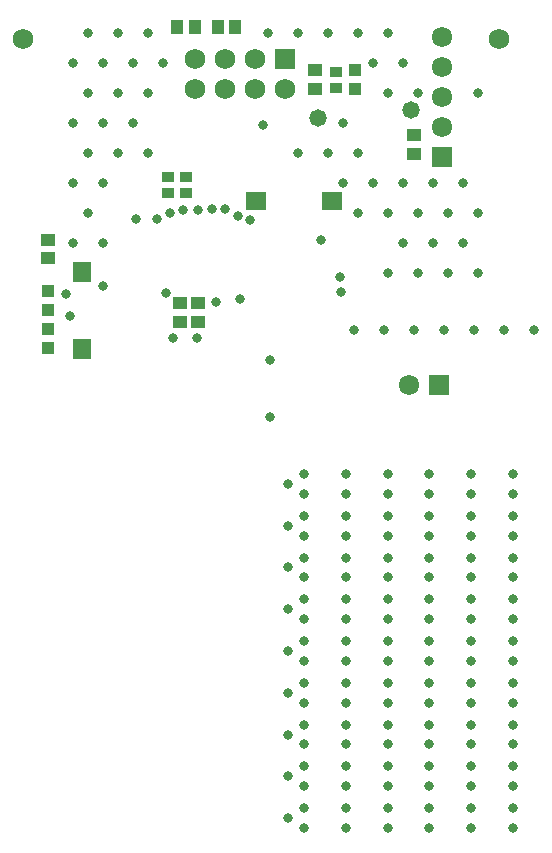
<source format=gts>
G04*
G04 #@! TF.GenerationSoftware,Altium Limited,Altium Designer,20.1.14 (287)*
G04*
G04 Layer_Color=8388736*
%FSLAX25Y25*%
%MOIN*%
G70*
G04*
G04 #@! TF.SameCoordinates,DC510E11-46E1-4A0D-90B6-29553603E48A*
G04*
G04*
G04 #@! TF.FilePolarity,Negative*
G04*
G01*
G75*
%ADD16R,0.04343X0.03556*%
%ADD17R,0.03950X0.04737*%
%ADD18R,0.03950X0.03950*%
%ADD19R,0.04737X0.04343*%
%ADD20R,0.06706X0.06312*%
%ADD21R,0.04737X0.03950*%
%ADD22R,0.06312X0.06706*%
%ADD23R,0.06784X0.06784*%
%ADD24C,0.06784*%
%ADD25C,0.05800*%
%ADD26C,0.06800*%
%ADD27C,0.06902*%
%ADD28R,0.06902X0.06902*%
%ADD29R,0.06784X0.06784*%
%ADD30C,0.03200*%
D16*
X66000Y-63256D02*
D03*
Y-57744D02*
D03*
X60000Y-63256D02*
D03*
Y-57744D02*
D03*
X116000Y-22788D02*
D03*
Y-28300D02*
D03*
D17*
X76547Y-8000D02*
D03*
X82453D02*
D03*
X68953D02*
D03*
X63047D02*
D03*
D18*
X122500Y-22350D02*
D03*
Y-28650D02*
D03*
X20000Y-102060D02*
D03*
Y-95761D02*
D03*
Y-114910D02*
D03*
Y-108611D02*
D03*
D19*
X109000Y-22350D02*
D03*
Y-28650D02*
D03*
X142000Y-50150D02*
D03*
Y-43850D02*
D03*
X64000Y-106150D02*
D03*
Y-99850D02*
D03*
X70000D02*
D03*
Y-106150D02*
D03*
D20*
X89205Y-66000D02*
D03*
X114795D02*
D03*
D21*
X20000Y-84714D02*
D03*
Y-78808D02*
D03*
D22*
X31500Y-115056D02*
D03*
Y-89466D02*
D03*
D23*
X150500Y-127261D02*
D03*
D24*
X140500D02*
D03*
X151500Y-11261D02*
D03*
Y-21261D02*
D03*
Y-31261D02*
D03*
Y-41261D02*
D03*
D25*
X141000Y-35500D02*
D03*
X110118Y-38202D02*
D03*
D26*
X170200Y-11800D02*
D03*
X11800D02*
D03*
D27*
X69000Y-28500D02*
D03*
Y-18500D02*
D03*
X79000Y-28500D02*
D03*
X89000D02*
D03*
X79000Y-18500D02*
D03*
X89000D02*
D03*
X99000Y-28500D02*
D03*
D28*
Y-18500D02*
D03*
D29*
X151500Y-51261D02*
D03*
D30*
X111000Y-79000D02*
D03*
X99929Y-257624D02*
D03*
X174979Y-246984D02*
D03*
X133215Y-233062D02*
D03*
X119294D02*
D03*
Y-163456D02*
D03*
X174981Y-156909D02*
D03*
X161062D02*
D03*
X147140D02*
D03*
X133219D02*
D03*
X119298D02*
D03*
X105376D02*
D03*
X132000Y-109000D02*
D03*
X99930Y-160175D02*
D03*
Y-174097D02*
D03*
Y-188018D02*
D03*
Y-201939D02*
D03*
Y-215860D02*
D03*
Y-229782D02*
D03*
Y-243703D02*
D03*
X105375Y-170818D02*
D03*
X105375Y-163456D02*
D03*
X119294Y-170818D02*
D03*
X133215Y-163456D02*
D03*
X133215Y-170818D02*
D03*
X147137Y-163456D02*
D03*
X147136Y-170818D02*
D03*
X161058Y-163456D02*
D03*
X161058Y-170818D02*
D03*
X174979Y-163456D02*
D03*
X174979Y-170818D02*
D03*
X105375Y-184739D02*
D03*
X105375Y-177377D02*
D03*
X119294D02*
D03*
X119294Y-184739D02*
D03*
X133215Y-177377D02*
D03*
X133215Y-184739D02*
D03*
X147137Y-177377D02*
D03*
X147136Y-184739D02*
D03*
X161058Y-177377D02*
D03*
X161058Y-184739D02*
D03*
X174979Y-177377D02*
D03*
X174979Y-184739D02*
D03*
X105375Y-198660D02*
D03*
X105375Y-191299D02*
D03*
X119294D02*
D03*
X119294Y-198660D02*
D03*
X133215Y-191299D02*
D03*
X133215Y-198660D02*
D03*
X147137Y-191299D02*
D03*
X147136Y-198660D02*
D03*
X161058Y-191299D02*
D03*
X161058Y-198660D02*
D03*
X174979Y-191299D02*
D03*
X174979Y-198660D02*
D03*
X105375Y-212581D02*
D03*
X105375Y-205220D02*
D03*
X119294D02*
D03*
X119294Y-212581D02*
D03*
X133215Y-205220D02*
D03*
X133215Y-212581D02*
D03*
X147137Y-205220D02*
D03*
X147136Y-212581D02*
D03*
X161058Y-205220D02*
D03*
X161058Y-212581D02*
D03*
X174979Y-205220D02*
D03*
X174979Y-212581D02*
D03*
X105375Y-226503D02*
D03*
X105375Y-219141D02*
D03*
X119294D02*
D03*
X119294Y-226503D02*
D03*
X133215Y-219141D02*
D03*
X133215Y-226503D02*
D03*
X147137Y-219141D02*
D03*
X147136Y-226503D02*
D03*
X161058Y-219141D02*
D03*
X161058Y-226503D02*
D03*
X174979Y-219141D02*
D03*
X174979Y-226503D02*
D03*
X105375Y-240424D02*
D03*
X105375Y-233062D02*
D03*
X119294Y-240424D02*
D03*
X133215D02*
D03*
X147137Y-233062D02*
D03*
X147136Y-240424D02*
D03*
X161058Y-233062D02*
D03*
X161058Y-240424D02*
D03*
X174979Y-233062D02*
D03*
X174979Y-240424D02*
D03*
X105375Y-254345D02*
D03*
X105375Y-246984D02*
D03*
X119294D02*
D03*
X119294Y-254345D02*
D03*
X133215Y-246984D02*
D03*
X133215Y-254345D02*
D03*
X147137Y-246984D02*
D03*
X147136Y-254345D02*
D03*
X161058Y-246984D02*
D03*
X161058Y-254345D02*
D03*
X174979D02*
D03*
X105375Y-274822D02*
D03*
X119294D02*
D03*
X133215D02*
D03*
X147137D02*
D03*
X161058D02*
D03*
X174979D02*
D03*
X174979Y-268265D02*
D03*
X174979Y-260903D02*
D03*
X161058Y-268265D02*
D03*
X161058Y-260903D02*
D03*
X147136Y-268265D02*
D03*
X147137Y-260903D02*
D03*
X133215Y-268265D02*
D03*
X133215Y-260903D02*
D03*
X119294Y-268265D02*
D03*
X119294Y-260903D02*
D03*
X105375D02*
D03*
X105375Y-268265D02*
D03*
X99930Y-271544D02*
D03*
X49500Y-72000D02*
D03*
X84000Y-98500D02*
D03*
X56500Y-72000D02*
D03*
X76000Y-99500D02*
D03*
X138500Y-79761D02*
D03*
X143500Y-89761D02*
D03*
X133500D02*
D03*
X158500Y-79761D02*
D03*
X163500Y-89761D02*
D03*
X148500Y-79761D02*
D03*
X153500Y-89761D02*
D03*
X91732Y-40468D02*
D03*
X163500Y-29761D02*
D03*
X158500Y-59761D02*
D03*
X163500Y-69761D02*
D03*
X148500Y-59761D02*
D03*
X153500Y-69761D02*
D03*
X138500Y-19761D02*
D03*
X143500Y-29761D02*
D03*
X138500Y-59761D02*
D03*
X143500Y-69761D02*
D03*
X133500Y-9761D02*
D03*
X128500Y-19761D02*
D03*
X133500Y-29761D02*
D03*
X128500Y-59761D02*
D03*
X133500Y-69761D02*
D03*
X123500Y-9761D02*
D03*
X118500Y-39761D02*
D03*
X123500Y-49761D02*
D03*
X118500Y-59761D02*
D03*
X123500Y-69761D02*
D03*
X113500Y-9761D02*
D03*
Y-49761D02*
D03*
X103500Y-9761D02*
D03*
Y-49761D02*
D03*
X93500Y-9761D02*
D03*
X58500Y-19761D02*
D03*
X53500Y-9761D02*
D03*
X48500Y-19761D02*
D03*
X53500Y-29761D02*
D03*
X48500Y-39761D02*
D03*
X53500Y-49761D02*
D03*
X43500Y-9761D02*
D03*
X38500Y-19761D02*
D03*
X43500Y-29761D02*
D03*
X38500Y-39761D02*
D03*
X43500Y-49761D02*
D03*
X38500Y-59761D02*
D03*
Y-79761D02*
D03*
X33500Y-9761D02*
D03*
X28500Y-19761D02*
D03*
X33500Y-29761D02*
D03*
X28500Y-39761D02*
D03*
X33500Y-49761D02*
D03*
X28500Y-59761D02*
D03*
X33500Y-69761D02*
D03*
X28500Y-79761D02*
D03*
X74700Y-68600D02*
D03*
X78900Y-68500D02*
D03*
X61762Y-111500D02*
D03*
X70000Y-68700D02*
D03*
X182000Y-109000D02*
D03*
X172000D02*
D03*
X162000D02*
D03*
X152000D02*
D03*
X142000D02*
D03*
X122000D02*
D03*
X65076Y-68824D02*
D03*
X60800Y-69900D02*
D03*
X83200Y-70900D02*
D03*
X94000Y-119000D02*
D03*
Y-138000D02*
D03*
X117613Y-96261D02*
D03*
X117500Y-91261D02*
D03*
X27500Y-104261D02*
D03*
X26000Y-96761D02*
D03*
X38500Y-94261D02*
D03*
X87500Y-72261D02*
D03*
X69755Y-111500D02*
D03*
X59200Y-96544D02*
D03*
M02*

</source>
